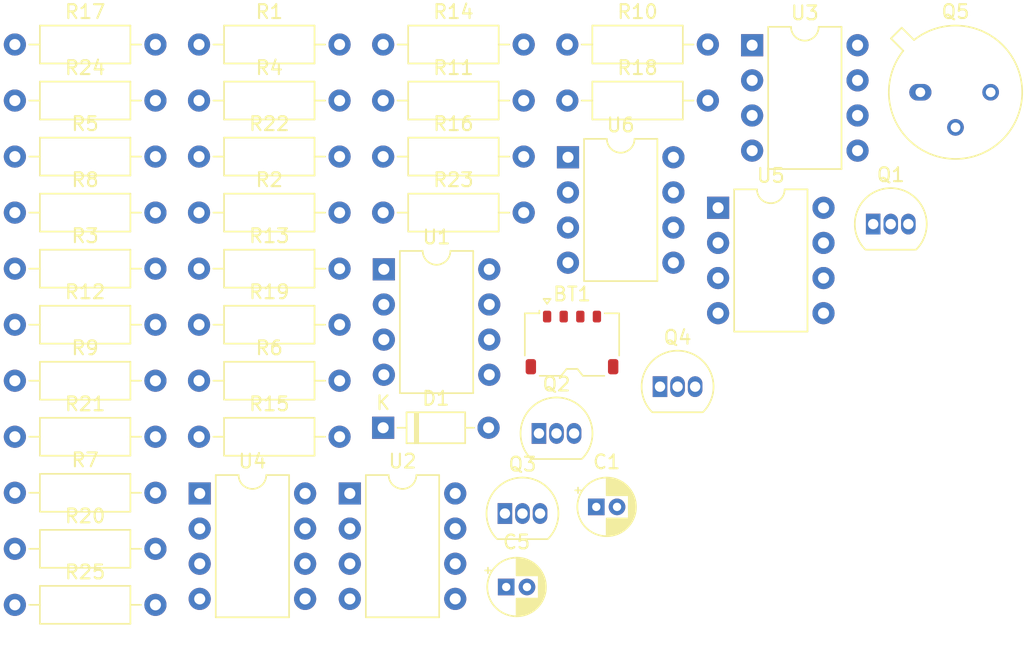
<source format=kicad_pcb>
(kicad_pcb (version 20211014) (generator pcbnew)
  (layers (0 "F.Cu" signal) (31 "B.Cu" signal) (34 "B.Paste" user) (35 "F.Paste" user) (36 "B.SilkS" user "B.Silkscreen") (37 "F.SilkS" user "F.Silkscreen") (38 "B.Mask" user) (39 "F.Mask" user) (44 "Edge.Cuts" user))
  (net 0 "")
  (net 1 "+9V")
  (net 2 "GNDREF")
  (net 3 "+5V")
  (net 4 "Net-(C5-Pad1)")
  (net 5 "Net-(C4-Pad2)")
  (net 6 "VDD")
  (net 7 "Net-(C6-Pad2)")
  (net 8 "Net-(C8-Pad2)")
  (net 9 "Net-(C9-Pad2)")
  (net 10 "Net-(C10-Pad1)")
  (net 11 "Net-(Q5-Pad2)")
  (net 12 "Net-(R2-Pad1)")
  (net 13 "Net-(C2-Pad1)")
  (net 14 "VAA")
  (net 15 "Net-(C2-Pad2)")
  (net 16 "Net-(R4-Pad1)")
  (net 17 "/U1_LOOPBACK")
  (net 18 "Net-(R5-Pad2)")
  (net 19 "Net-(C6-Pad1)")
  (net 20 "Net-(R13-Pad1)")
  (net 21 "Net-(C7-Pad1)")
  (net 22 "Net-(R12-Pad1)")
  (net 23 "Net-(C8-Pad1)")
  (net 24 "Net-(C7-Pad2)")
  (net 25 "Net-(R15-Pad2)")
  (net 26 "Net-(C9-Pad1)")
  (net 27 "Net-(R18-Pad2)")
  (net 28 "Net-(R20-Pad2)")
  (net 29 "/OUTPUT")
  (footprint "Package_DIP:DIP-8_W7.62mm" (layer "F.Cu") (at 163.02 59.211447)
    (fp_text reference "U3" (at 3.81 -2.33) (layer "F.SilkS"))
    (fp_text value "TL061")
    (pad "1" thru_hole rect (at 0 0) (size 1.6 1.6) (drill 0.8) (layers *.Cu *.Mask))
    (pad "2" thru_hole oval (at 0 2.54) (size 1.6 1.6) (drill 0.8) (layers *.Cu *.Mask) (net 20 "Net-(R13-Pad1)"))
    (pad "3" thru_hole oval (at 0 5.08) (size 1.6 1.6) (drill 0.8) (layers *.Cu *.Mask) (net 7 "Net-(C6-Pad2)"))
    (pad "4" thru_hole oval (at 0 7.62) (size 1.6 1.6) (drill 0.8) (layers *.Cu *.Mask) (net 2 "GNDREF"))
    (pad "5" thru_hole oval (at 7.62 7.62) (size 1.6 1.6) (drill 0.8) (layers *.Cu *.Mask))
    (pad "6" thru_hole oval (at 7.62 5.08) (size 1.6 1.6) (drill 0.8) (layers *.Cu *.Mask) (net 23 "Net-(C8-Pad1)"))
    (pad "7" thru_hole oval (at 7.62 2.54) (size 1.6 1.6) (drill 0.8) (layers *.Cu *.Mask) (net 1 "+9V"))
    (pad "8" thru_hole oval (at 7.62 0) (size 1.6 1.6) (drill 0.8) (layers *.Cu *.Mask))
  )
  (footprint "Resistor_THT:R_Axial_DIN0207_L6.3mm_D2.5mm_P10.16mm_Horizontal" (layer "F.Cu") (at 109.73 83.461447)
    (fp_text reference "R9" (at 5.08 -2.37) (layer "F.SilkS"))
    (fp_text value "10K")
    (pad "1" thru_hole circle (at 0 0) (size 1.6 1.6) (drill 0.8) (layers *.Cu *.Mask) (net 19 "Net-(C6-Pad1)"))
    (pad "2" thru_hole oval (at 10.16 0) (size 1.6 1.6) (drill 0.8) (layers *.Cu *.Mask) (net 20 "Net-(R13-Pad1)"))
  )
  (footprint "Connector_JST:JST_ACH_BM04B-ACHSS-A-GAN-ETF_1x04-1MP_P1.20mm_Vertical" (layer "F.Cu") (at 150 80.7)
    (fp_text reference "BT1" (at 0 -3.5) (layer "F.SilkS"))
    (fp_text value "9V DC")
    (pad "1" smd roundrect (at -1.8 -1.875) (size 0.6 0.85) (layers "F.Cu" "F.Paste" "F.Mask") (net 1 "+9V"))
    (pad "2" smd roundrect (at -0.6 -1.875) (size 0.6 0.85) (layers "F.Cu" "F.Paste" "F.Mask") (net 2 "GNDREF"))
    (pad "3" smd roundrect (at 0.6 -1.875) (size 0.6 0.85) (layers "F.Cu" "F.Paste" "F.Mask"))
    (pad "4" smd roundrect (at 1.8 -1.875) (size 0.6 0.85) (layers "F.Cu" "F.Paste" "F.Mask"))
    (pad "MP" smd roundrect (at 2.975 1.75) (size 0.75 1.1) (layers "F.Cu" "F.Paste" "F.Mask"))
    (pad "MP" smd roundrect (at -2.975 1.75) (size 0.75 1.1) (layers "F.Cu" "F.Paste" "F.Mask"))
  )
  (footprint "Resistor_THT:R_Axial_DIN0207_L6.3mm_D2.5mm_P10.16mm_Horizontal" (layer "F.Cu") (at 109.73 91.561447)
    (fp_text reference "R7" (at 5.08 -2.37) (layer "F.SilkS"))
    (fp_text value "10K")
    (pad "1" thru_hole circle (at 0 0) (size 1.6 1.6) (drill 0.8) (layers *.Cu *.Mask) (net 18 "Net-(R5-Pad2)"))
    (pad "2" thru_hole oval (at 10.16 0) (size 1.6 1.6) (drill 0.8) (layers *.Cu *.Mask) (net 19 "Net-(C6-Pad1)"))
  )
  (footprint "Package_DIP:DIP-8_W7.62mm" (layer "F.Cu") (at 136.4 75.411447)
    (fp_text reference "U1" (at 3.81 -2.33) (layer "F.SilkS"))
    (fp_text value "TL061")
    (pad "1" thru_hole rect (at 0 0) (size 1.6 1.6) (drill 0.8) (layers *.Cu *.Mask))
    (pad "2" thru_hole oval (at 0 2.54) (size 1.6 1.6) (drill 0.8) (layers *.Cu *.Mask) (net 17 "/U1_LOOPBACK"))
    (pad "3" thru_hole oval (at 0 5.08) (size 1.6 1.6) (drill 0.8) (layers *.Cu *.Mask) (net 15 "Net-(C2-Pad2)"))
    (pad "4" thru_hole oval (at 0 7.62) (size 1.6 1.6) (drill 0.8) (layers *.Cu *.Mask) (net 2 "GNDREF"))
    (pad "5" thru_hole oval (at 7.62 7.62) (size 1.6 1.6) (drill 0.8) (layers *.Cu *.Mask))
    (pad "6" thru_hole oval (at 7.62 5.08) (size 1.6 1.6) (drill 0.8) (layers *.Cu *.Mask) (net 17 "/U1_LOOPBACK"))
    (pad "7" thru_hole oval (at 7.62 2.54) (size 1.6 1.6) (drill 0.8) (layers *.Cu *.Mask) (net 1 "+9V"))
    (pad "8" thru_hole oval (at 7.62 0) (size 1.6 1.6) (drill 0.8) (layers *.Cu *.Mask))
  )
  (footprint "Resistor_THT:R_Axial_DIN0207_L6.3mm_D2.5mm_P10.16mm_Horizontal" (layer "F.Cu") (at 123.04 75.361447)
    (fp_text reference "R13" (at 5.08 -2.37) (layer "F.SilkS"))
    (fp_text value "10K")
    (pad "1" thru_hole circle (at 0 0) (size 1.6 1.6) (drill 0.8) (layers *.Cu *.Mask) (net 20 "Net-(R13-Pad1)"))
    (pad "2" thru_hole oval (at 10.16 0) (size 1.6 1.6) (drill 0.8) (layers *.Cu *.Mask) (net 23 "Net-(C8-Pad1)"))
  )
  (footprint "Resistor_THT:R_Axial_DIN0207_L6.3mm_D2.5mm_P10.16mm_Horizontal" (layer "F.Cu") (at 109.73 75.361447)
    (fp_text reference "R3" (at 5.08 -2.37) (layer "F.SilkS"))
    (fp_text value "500k")
    (pad "1" thru_hole circle (at 0 0) (size 1.6 1.6) (drill 0.8) (layers *.Cu *.Mask) (net 14 "VAA"))
    (pad "2" thru_hole oval (at 10.16 0) (size 1.6 1.6) (drill 0.8) (layers *.Cu *.Mask) (net 15 "Net-(C2-Pad2)"))
  )
  (footprint "Package_DIP:DIP-8_W7.62mm" (layer "F.Cu") (at 149.71 67.311447)
    (fp_text reference "U6" (at 3.81 -2.33) (layer "F.SilkS"))
    (fp_text value "TL061")
    (pad "1" thru_hole rect (at 0 0) (size 1.6 1.6) (drill 0.8) (layers *.Cu *.Mask))
    (pad "2" thru_hole oval (at 0 2.54) (size 1.6 1.6) (drill 0.8) (layers *.Cu *.Mask) (net 27 "Net-(R18-Pad2)"))
    (pad "3" thru_hole oval (at 0 5.08) (size 1.6 1.6) (drill 0.8) (layers *.Cu *.Mask) (net 9 "Net-(C9-Pad2)"))
    (pad "4" thru_hole oval (at 0 7.62) (size 1.6 1.6) (drill 0.8) (layers *.Cu *.Mask) (net 2 "GNDREF"))
    (pad "5" thru_hole oval (at 7.62 7.62) (size 1.6 1.6) (drill 0.8) (layers *.Cu *.Mask))
    (pad "6" thru_hole oval (at 7.62 5.08) (size 1.6 1.6) (drill 0.8) (layers *.Cu *.Mask) (net 28 "Net-(R20-Pad2)"))
    (pad "7" thru_hole oval (at 7.62 2.54) (size 1.6 1.6) (drill 0.8) (layers *.Cu *.Mask) (net 1 "+9V"))
    (pad "8" thru_hole oval (at 7.62 0) (size 1.6 1.6) (drill 0.8) (layers *.Cu *.Mask))
  )
  (footprint "Package_DIP:DIP-8_W7.62mm" (layer "F.Cu") (at 123.09 91.611447)
    (fp_text reference "U4" (at 3.81 -2.33) (layer "F.SilkS"))
    (fp_text value "TL061")
    (pad "1" thru_hole rect (at 0 0) (size 1.6 1.6) (drill 0.8) (layers *.Cu *.Mask))
    (pad "2" thru_hole oval (at 0 2.54) (size 1.6 1.6) (drill 0.8) (layers *.Cu *.Mask) (net 21 "Net-(C7-Pad1)"))
    (pad "3" thru_hole oval (at 0 5.08) (size 1.6 1.6) (drill 0.8) (layers *.Cu *.Mask) (net 22 "Net-(R12-Pad1)"))
    (pad "4" thru_hole oval (at 0 7.62) (size 1.6 1.6) (drill 0.8) (layers *.Cu *.Mask) (net 2 "GNDREF"))
    (pad "5" thru_hole oval (at 7.62 7.62) (size 1.6 1.6) (drill 0.8) (layers *.Cu *.Mask))
    (pad "6" thru_hole oval (at 7.62 5.08) (size 1.6 1.6) (drill 0.8) (layers *.Cu *.Mask) (net 24 "Net-(C7-Pad2)"))
    (pad "7" thru_hole oval (at 7.62 2.54) (size 1.6 1.6) (drill 0.8) (layers *.Cu *.Mask) (net 1 "+9V"))
    (pad "8" thru_hole oval (at 7.62 0) (size 1.6 1.6) (drill 0.8) (layers *.Cu *.Mask))
  )
  (footprint "Resistor_THT:R_Axial_DIN0207_L6.3mm_D2.5mm_P10.16mm_Horizontal" (layer "F.Cu") (at 123.04 63.211447)
    (fp_text reference "R4" (at 5.08 -2.37) (layer "F.SilkS"))
    (fp_text value "1M")
    (pad "1" thru_hole circle (at 0 0) (size 1.6 1.6) (drill 0.8) (layers *.Cu *.Mask) (net 16 "Net-(R4-Pad1)"))
    (pad "2" thru_hole oval (at 10.16 0) (size 1.6 1.6) (drill 0.8) (layers *.Cu *.Mask) (net 6 "VDD"))
  )
  (footprint "Resistor_THT:R_Axial_DIN0207_L6.3mm_D2.5mm_P10.16mm_Horizontal" (layer "F.Cu") (at 136.35 59.161447)
    (fp_text reference "R14" (at 5.08 -2.37) (layer "F.SilkS"))
    (fp_text value "470K")
    (pad "1" thru_hole circle (at 0 0) (size 1.6 1.6) (drill 0.8) (layers *.Cu *.Mask) (net 24 "Net-(C7-Pad2)"))
    (pad "2" thru_hole oval (at 10.16 0) (size 1.6 1.6) (drill 0.8) (layers *.Cu *.Mask) (net 22 "Net-(R12-Pad1)"))
  )
  (footprint "Capacitor_THT:CP_Radial_D4.0mm_P1.50mm" (layer "F.Cu") (at 145.244801 98.371447)
    (fp_text reference "C5" (at 0.75 -3.25) (layer "F.SilkS"))
    (fp_text value "15u")
    (pad "1" thru_hole rect (at 0 0) (size 1.2 1.2) (drill 0.6) (layers *.Cu *.Mask) (net 4 "Net-(C5-Pad1)"))
    (pad "2" thru_hole circle (at 1.5 0) (size 1.2 1.2) (drill 0.6) (layers *.Cu *.Mask) (net 2 "GNDREF"))
  )
  (footprint "Resistor_THT:R_Axial_DIN0207_L6.3mm_D2.5mm_P10.16mm_Horizontal" (layer "F.Cu") (at 136.35 63.211447)
    (fp_text reference "R11" (at 5.08 -2.37) (layer "F.SilkS"))
    (fp_text value "150K")
    (pad "1" thru_hole circle (at 0 0) (size 1.6 1.6) (drill 0.8) (layers *.Cu *.Mask) (net 21 "Net-(C7-Pad1)"))
    (pad "2" thru_hole oval (at 10.16 0) (size 1.6 1.6) (drill 0.8) (layers *.Cu *.Mask) (net 4 "Net-(C5-Pad1)"))
  )
  (footprint "Resistor_THT:R_Axial_DIN0207_L6.3mm_D2.5mm_P10.16mm_Horizontal" (layer "F.Cu") (at 109.73 71.311447)
    (fp_text reference "R8" (at 5.08 -2.37) (layer "F.SilkS"))
    (fp_text value "3M9")
    (pad "1" thru_hole circle (at 0 0) (size 1.6 1.6) (drill 0.8) (layers *.Cu *.Mask) (net 4 "Net-(C5-Pad1)"))
    (pad "2" thru_hole oval (at 10.16 0) (size 1.6 1.6) (drill 0.8) (layers *.Cu *.Mask) (net 6 "VDD"))
  )
  (footprint "Resistor_THT:R_Axial_DIN0207_L6.3mm_D2.5mm_P10.16mm_Horizontal" (layer "F.Cu") (at 123.04 71.311447)
    (fp_text reference "R2" (at 5.08 -2.37) (layer "F.SilkS"))
    (fp_text value "500k")
    (pad "1" thru_hole circle (at 0 0) (size 1.6 1.6) (drill 0.8) (layers *.Cu *.Mask) (net 12 "Net-(R2-Pad1)"))
    (pad "2" thru_hole oval (at 10.16 0) (size 1.6 1.6) (drill 0.8) (layers *.Cu *.Mask) (net 13 "Net-(C2-Pad1)"))
  )
  (footprint "Resistor_THT:R_Axial_DIN0207_L6.3mm_D2.5mm_P10.16mm_Horizontal" (layer "F.Cu") (at 136.35 71.311447)
    (fp_text reference "R23" (at 5.08 -2.37) (layer "F.SilkS"))
    (fp_text value "150K")
    (pad "1" thru_hole circle (at 0 0) (size 1.6 1.6) (drill 0.8) (layers *.Cu *.Mask) (net 11 "Net-(Q5-Pad2)"))
    (pad "2" thru_hole oval (at 10.16 0) (size 1.6 1.6) (drill 0.8) (layers *.Cu *.Mask) (net 10 "Net-(C10-Pad1)"))
  )
  (footprint "Resistor_THT:R_Axial_DIN0207_L6.3mm_D2.5mm_P10.16mm_Horizontal" (layer "F.Cu") (at 123.04 79.411447)
    (fp_text reference "R19" (at 5.08 -2.37) (layer "F.SilkS"))
    (fp_text value "24K")
    (pad "1" thru_hole circle (at 0 0) (size 1.6 1.6) (drill 0.8) (layers *.Cu *.Mask) (net 3 "+5V"))
    (pad "2" thru_hole oval (at 10.16 0) (size 1.6 1.6) (drill 0.8) (layers *.Cu *.Mask) (net 9 "Net-(C9-Pad2)"))
  )
  (footprint "Package_DIP:DIP-8_W7.62mm" (layer "F.Cu") (at 160.56 70.961447)
    (fp_text reference "U5" (at 3.81 -2.33) (layer "F.SilkS"))
    (fp_text value "TL061")
    (pad "1" thru_hole rect (at 0 0) (size 1.6 1.6) (drill 0.8) (layers *.Cu *.Mask))
    (pad "2" thru_hole oval (at 0 2.54) (size 1.6 1.6) (drill 0.8) (layers *.Cu *.Mask) (net 25 "Net-(R15-Pad2)"))
    (pad "3" thru_hole oval (at 0 5.08) (size 1.6 1.6) (drill 0.8) (layers *.Cu *.Mask) (net 8 "Net-(C8-Pad2)"))
    (pad "4" thru_hole oval (at 0 7.62) (size 1.6 1.6) (drill 0.8) (layers *.Cu *.Mask) (net 2 "GNDREF"))
    (pad "5" thru_hole oval (at 7.62 7.62) (size 1.6 1.6) (drill 0.8) (layers *.Cu *.Mask))
    (pad "6" thru_hole oval (at 7.62 5.08) (size 1.6 1.6) (drill 0.8) (layers *.Cu *.Mask) (net 26 "Net-(C9-Pad1)"))
    (pad "7" thru_hole oval (at 7.62 2.54) (size 1.6 1.6) (drill 0.8) (layers *.Cu *.Mask) (net 1 "+9V"))
    (pad "8" thru_hole oval (at 7.62 0) (size 1.6 1.6) (drill 0.8) (layers *.Cu *.Mask))
  )
  (footprint "Resistor_THT:R_Axial_DIN0207_L6.3mm_D2.5mm_P10.16mm_Horizontal" (layer "F.Cu") (at 109.73 79.411447)
    (fp_text reference "R12" (at 5.08 -2.37) (layer "F.SilkS"))
    (fp_text value "150K")
    (pad "1" thru_hole circle (at 0 0) (size 1.6 1.6) (drill 0.8) (layers *.Cu *.Mask) (net 22 "Net-(R12-Pad1)"))
    (pad "2" thru_hole oval (at 10.16 0) (size 1.6 1.6) (drill 0.8) (layers *.Cu *.Mask) (net 3 "+5V"))
  )
  (footprint "Resistor_THT:R_Axial_DIN0207_L6.3mm_D2.5mm_P10.16mm_Horizontal" (layer "F.Cu") (at 123.04 67.261447)
    (fp_text reference "R22" (at 5.08 -2.37) (layer "F.SilkS"))
    (fp_text value "150K")
    (pad "1" thru_hole circle (at 0 0) (size 1.6 1.6) (drill 0.8) (layers *.Cu *.Mask) (net 17 "/U1_LOOPBACK"))
    (pad "2" thru_hole oval (at 10.16 0) (size 1.6 1.6) (drill 0.8) (layers *.Cu *.Mask) (net 11 "Net-(Q5-Pad2)"))
  )
  (footprint "Package_TO_SOT_THT:TO-92_Inline" (layer "F.Cu") (at 156.36 83.891447)
    (fp_text reference "Q4" (at 1.27 -3.56) (layer "F.SilkS"))
    (fp_text value "2N7000")
    (pad "1" thru_hole rect (at 0 0) (size 1.05 1.5) (drill 0.75) (layers *.Cu *.Mask) (net 9 "Net-(C9-Pad2)"))
    (pad "2" thru_hole oval (at 1.27 0) (size 1.05 1.5) (drill 0.75) (layers *.Cu *.Mask) (net 6 "VDD"))
    (pad "3" thru_hole oval (at 2.54 0) (size 1.05 1.5) (drill 0.75) (layers *.Cu *.Mask) (net 3 "+5V"))
  )
  (footprint "Resistor_THT:R_Axial_DIN0207_L6.3mm_D2.5mm_P10.16mm_Horizontal" (layer "F.Cu") (at 136.35 67.261447)
    (fp_text reference "R16" (at 5.08 -2.37) (layer "F.SilkS"))
    (fp_text value "24K")
    (pad "1" thru_hole circle (at 0 0) (size 1.6 1.6) (drill 0.8) (layers *.Cu *.Mask) (net 3 "+5V"))
    (pad "2" thru_hole oval (at 10.16 0) (size 1.6 1.6) (drill 0.8) (layers *.Cu *.Mask) (net 8 "Net-(C8-Pad2)"))
  )
  (footprint "Resistor_THT:R_Axial_DIN0207_L6.3mm_D2.5mm_P10.16mm_Horizontal" (layer "F.Cu") (at 149.66 59.161447)
    (fp_text reference "R10" (at 5.08 -2.37) (layer "F.SilkS"))
    (fp_text value "24K")
    (pad "1" thru_hole circle (at 0 0) (size 1.6 1.6) (drill 0.8) (layers *.Cu *.Mask) (net 3 "+5V"))
    (pad "2" thru_hole oval (at 10.16 0) (size 1.6 1.6) (drill 0.8) (layers *.Cu *.Mask) (net 7 "Net-(C6-Pad2)"))
  )
  (footprint "Diode_THT:D_DO-35_SOD27_P7.62mm_Horizontal" (layer "F.Cu") (at 136.35 86.861447)
    (fp_text reference "D1" (at 3.81 -2.12) (layer "F.SilkS"))
    (fp_text value "1N914")
    (fp_text user "K" (at 0 -1.8) (layer "F.SilkS"))
    (pad "1" thru_hole rect (at 0 0) (size 1.6 1.6) (drill 0.8) (layers *.Cu *.Mask) (net 3 "+5V"))
    (pad "2" thru_hole oval (at 7.62 0) (size 1.6 1.6) (drill 0.8) (layers *.Cu *.Mask) (net 2 "GNDREF"))
  )
  (footprint "Resistor_THT:R_Axial_DIN0207_L6.3mm_D2.5mm_P10.16mm_Horizontal" (layer "F.Cu") (at 109.73 95.611447)
    (fp_text reference "R20" (at 5.08 -2.37) (layer "F.SilkS"))
    (fp_text value "10K")
    (pad "1" thru_hole circle (at 0 0) (size 1.6 1.6) (drill 0.8) (layers *.Cu *.Mask) (net 27 "Net-(R18-Pad2)"))
    (pad "2" thru_hole oval (at 10.16 0) (size 1.6 1.6) (drill 0.8) (layers *.Cu *.Mask) (net 28 "Net-(R20-Pad2)"))
  )
  (footprint "Resistor_THT:R_Axial_DIN0207_L6.3mm_D2.5mm_P10.16mm_Horizontal" (layer "F.Cu") (at 109.73 59.161447)
    (fp_text reference "R17" (at 5.08 -2.37) (layer "F.SilkS"))
    (fp_text value "10K")
    (pad "1" thru_hole circle (at 0 0) (size 1.6 1.6) (drill 0.8) (layers *.Cu *.Mask) (net 25 "Net-(R15-Pad2)"))
    (pad "2" thru_hole oval (at 10.16 0) (size 1.6 1.6) (drill 0.8) (layers *.Cu *.Mask) (net 26 "Net-(C9-Pad1)"))
  )
  (footprint "Resistor_THT:R_Axial_DIN0207_L6.3mm_D2.5mm_P10.16mm_Horizontal" (layer "F.Cu") (at 109.73 99.661447)
    (fp_text reference "R25" (at 5.08 -2.37) (layer "F.SilkS"))
    (fp_text value "150k")
    (pad "1" thru_hole circle (at 0 0) (size 1.6 1.6) (drill 0.8) (layers *.Cu *.Mask) (net 2 "GNDREF"))
    (pad "2" thru_hole oval (at 10.16 0) (size 1.6 1.6) (drill 0.8) (layers *.Cu *.Mask) (net 29 "/OUTPUT"))
  )
  (footprint "Resistor_THT:R_Axial_DIN0207_L6.3mm_D2.5mm_P10.16mm_Horizontal" (layer "F.Cu") (at 109.73 87.511447)
    (fp_text reference "R21" (at 5.08 -2.37) (layer "F.SilkS"))
    (fp_text value "150K")
    (pad "1" thru_hole circle (at 0 0) (size 1.6 1.6) (drill 0.8) (layers *.Cu *.Mask) (net 28 "Net-(R20-Pad2)"))
    (pad "2" thru_hole oval (at 10.16 0) (size 1.6 1.6) (drill 0.8) (layers *.Cu *.Mask) (net 11 "Net-(Q5-Pad2)"))
  )
  (footprint "Resistor_THT:R_Axial_DIN0207_L6.3mm_D2.5mm_P10.16mm_Horizontal" (layer "F.Cu") (at 109.73 63.211447)
    (fp_text reference "R24" (at 5.08 -2.37) (layer "F.SilkS"))
    (fp_text value "56K")
    (pad "1" thru_hole circle (at 0 0) (size 1.6 1.6) (drill 0.8) (layers *.Cu *.Mask) (net 2 "GNDREF"))
    (pad "2" thru_hole oval (at 10.16 0) (size 1.6 1.6) (drill 0.8) (layers *.Cu *.Mask) (net 10 "Net-(C10-Pad1)"))
  )
  (footprint "Resistor_THT:R_Axial_DIN0207_L6.3mm_D2.5mm_P10.16mm_Horizontal" (layer "F.Cu") (at 123.04 87.511447)
    (fp_text reference "R15" (at 5.08 -2.37) (layer "F.SilkS"))
    (fp_text value "10K")
    (pad "1" thru_hole circle (at 0 0) (size 1.6 1.6) (drill 0.8) (layers *.Cu *.Mask) (net 23 "Net-(C8-Pad1)"))
    (pad "2" thru_hole oval (at 10.16 0) (size 1.6 1.6) (drill 0.8) (layers *.Cu *.Mask) (net 25 "Net-(R15-Pad2)"))
  )
  (footprint "Package_TO_SOT_THT:TO-92_Inline" (layer "F.Cu") (at 147.61 87.271447)
    (fp_text reference "Q2" (at 1.27 -3.56) (layer "F.SilkS"))
    (fp_text value "2N7000")
    (pad "1" thru_hole rect (at 0 0) (size 1.05 1.5) (drill 0.75) (layers *.Cu *.Mask) (net 7 "Net-(C6-Pad2)"))
    (pad "2" thru_hole oval (at 1.27 0) (size 1.05 1.5) (drill 0.75) (layers *.Cu *.Mask) (net 6 "VDD"))
    (pad "3" thru_hole oval (at 2.54 0) (size 1.05 1.5) (drill 0.75) (layers *.Cu *.Mask) (net 3 "+5V"))
  )
  (footprint "Package_DIP:DIP-8_W7.62mm" (layer "F.Cu") (at 133.94 91.611447)
    (fp_text reference "U2" (at 3.81 -2.33) (layer "F.SilkS"))
    (fp_text value "TL061")
    (pad "1" thru_hole rect (at 0 0) (size 1.6 1.6) (drill 0.8) (layers *.Cu *.Mask))
    (pad "2" thru_hole oval (at 0 2.54) (size 1.6 1.6) (drill 0.8) (layers *.Cu *.Mask) (net 18 "Net-(R5-Pad2)"))
    (pad "3" thru_hole oval (at 0 5.08) (size 1.6 1.6) (drill 0.8) (layers *.Cu *.Mask) (net 5 "Net-(C4-Pad2)"))
    (pad "4" thru_hole oval (at 0 7.62) (size 1.6 1.6) (drill 0.8) (layers *.Cu *.Mask) (net 2 "GNDREF"))
    (pad "5" thru_hole oval (at 7.62 7.62) (size 1.6 1.6) (drill 0.8) (layers *.Cu *.Mask))
    (pad "6" thru_hole oval (at 7.62 5.08) (size 1.6 1.6) (drill 0.8) (layers *.Cu *.Mask) (net 19 "Net-(C6-Pad1)"))
    (pad "7" thru_hole oval (at 7.62 2.54) (size 1.6 1.6) (drill 0.8) (layers *.Cu *.Mask) (net 1 "+9V"))
    (pad "8" thru_hole oval (at 7.62 0) (size 1.6 1.6) (drill 0.8) (layers *.Cu *.Mask))
  )
  (footprint "Resistor_THT:R_Axial_DIN0207_L6.3mm_D2.5mm_P10.16mm_Horizontal" (layer "F.Cu") (at 109.73 67.261447)
    (fp_text reference "R5" (at 5.08 -2.37) (layer "F.SilkS"))
    (fp_text value "10K")
    (pad "1" thru_hole circle (at 0 0) (size 1.6 1.6) (drill 0.8) (layers *.Cu *.Mask) (net 17 "/U1_LOOPBACK"))
    (pad "2" thru_hole oval (at 10.16 0) (size 1.6 1.6) (drill 0.8) (layers *.Cu *.Mask) (net 18 "Net-(R5-Pad2)"))
  )
  (footprint "Resistor_THT:R_Axial_DIN0207_L6.3mm_D2.5mm_P10.16mm_Horizontal" (layer "F.Cu") (at 123.04 59.161447)
    (fp_text reference "R1" (at 5.08 -2.37) (layer "F.SilkS"))
    (fp_text value "10K")
    (pad "1" thru_hole circle (at 0 0) (size 1.6 1.6) (drill 0.8) (layers *.Cu *.Mask) (net 1 "+9V"))
    (pad "2" thru_hole oval (at 10.16 0) (size 1.6 1.6) (drill 0.8) (layers *.Cu *.Mask) (net 3 "+5V"))
  )
  (footprint "Package_TO_SOT_THT:TO-92_Inline" (layer "F.Cu") (at 171.77 72.141447)
    (fp_text reference "Q1" (at 1.27 -3.56) (layer "F.SilkS"))
    (fp_text value "2N7000")
    (pad "1" thru_hole rect (at 0 0) (size 1.05 1.5) (drill 0.75) (layers *.Cu *.Mask) (net 5 "Net-(C4-Pad2)"))
    (pad "2" thru_hole oval (at 1.27 0) (size 1.05 1.5) (drill 0.75) (layers *.Cu *.Mask) (net 6 "VDD"))
    (pad "3" thru_hole oval (at 2.54 0) (size 1.05 1.5) (drill 0.75) (layers *.Cu *.Mask) (net 3 "+5V"))
  )
  (footprint "Package_TO_SOT_THT:TO-39-3" (layer "F.Cu") (at 175.18 62.611447)
    (fp_text reference "Q5" (at 2.54 -5.82) (layer "F.SilkS"))
    (fp_text value "2N2219")
    (pad "1" thru_hole oval (at 0 0) (size 1.6 1.2) (drill 0.7) (layers *.Cu *.Mask) (net 10 "Net-(C10-Pad1)"))
    (pad "2" thru_hole oval (at 2.54 2.54) (size 1.2 1.2) (drill 0.7) (layers *.Cu *.Mask) (net 11 "Net-(Q5-Pad2)"))
    (pad "3" thru_hole oval (at 5.08 0) (size 1.2 1.2) (drill 0.7) (layers *.Cu *.Mask) (net 3 "+5V"))
  )
  (footprint "Resistor_THT:R_Axial_DIN0207_L6.3mm_D2.5mm_P10.16mm_Horizontal" (layer "F.Cu") (at 123.04 83.461447)
    (fp_text reference "R6" (at 5.08 -2.37) (layer "F.SilkS"))
    (fp_text value "24K")
    (pad "1" thru_hole circle (at 0 0) (size 1.6 1.6) (drill 0.8) (layers *.Cu *.Mask) (net 3 "+5V"))
    (pad "2" thru_hole oval (at 10.16 0) (size 1.6 1.6) (drill 0.8) (layers *.Cu *.Mask) (net 5 "Net-(C4-Pad2)"))
  )
  (footprint "Capacitor_THT:CP_Radial_D4.0mm_P1.50mm" (layer "F.Cu") (at 151.754801 92.581447)
    (fp_text reference "C1" (at 0.75 -3.25) (layer "F.SilkS"))
    (fp_text value "15u")
    (pad "1" thru_hole rect (at 0 0) (size 1.2 1.2) (drill 0.6) (layers *.Cu *.Mask) (net 3 "+5V"))
    (pad "2" thru_hole circle (at 1.5 0) (size 1.2 1.2) (drill 0.6) (layers *.Cu *.Mask) (net 2 "GNDREF"))
  )
  (footprint "Resistor_THT:R_Axial_DIN0207_L6.3mm_D2.5mm_P10.16mm_Horizontal" (layer "F.Cu") (at 149.66 63.211447)
    (fp_text reference "R18" (at 5.08 -2.37) (layer "F.SilkS"))
    (fp_text value "10K")
    (pad "1" thru_hole circle (at 0 0) (size 1.6 1.6) (drill 0.8) (layers *.Cu *.Mask) (net 26 "Net-(C9-Pad1)"))
    (pad "2" thru_hole oval (at 10.16 0) (size 1.6 1.6) (drill 0.8) (layers *.Cu *.Mask) (net 27 "Net-(R18-Pad2)"))
  )
  (footprint "Package_TO_SOT_THT:TO-92_Inline" (layer "F.Cu") (at 145.15 93.061447)
    (fp_text reference "Q3" (at 1.27 -3.56) (layer "F.SilkS"))
    (fp_text value "2N7000")
    (pad "1" thru_hole rect (at 0 0) (size 1.05 1.5) (drill 0.75) (layers *.Cu *.Mask) (net 8 "Net-(C8-Pad2)"))
    (pad "2" thru_hole oval (at 1.27 0) (size 1.05 1.5) (drill 0.75) (layers *.Cu *.Mask) (net 6 "VDD"))
    (pad "3" thru_hole oval (at 2.54 0) (size 1.05 1.5) (drill 0.75) (layers *.Cu *.Mask) (net 3 "+5V"))
  )
)
</source>
